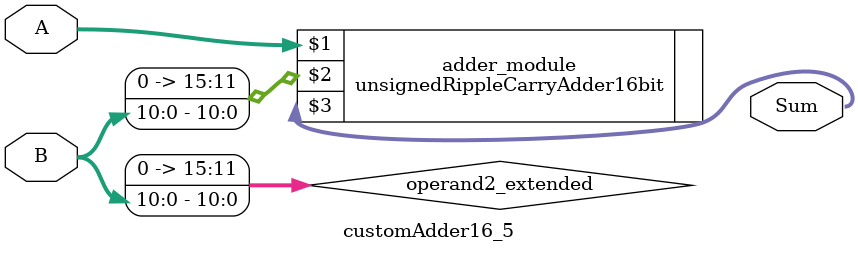
<source format=v>

module customAdder16_5(
                    input [15 : 0] A,
                    input [10 : 0] B,
                    
                    output [16 : 0] Sum
            );

    wire [15 : 0] operand2_extended;
    
    assign operand2_extended =  {5'b0, B};
    
    unsignedRippleCarryAdder16bit adder_module(
        A,
        operand2_extended,
        Sum
    );
    
endmodule
        
</source>
